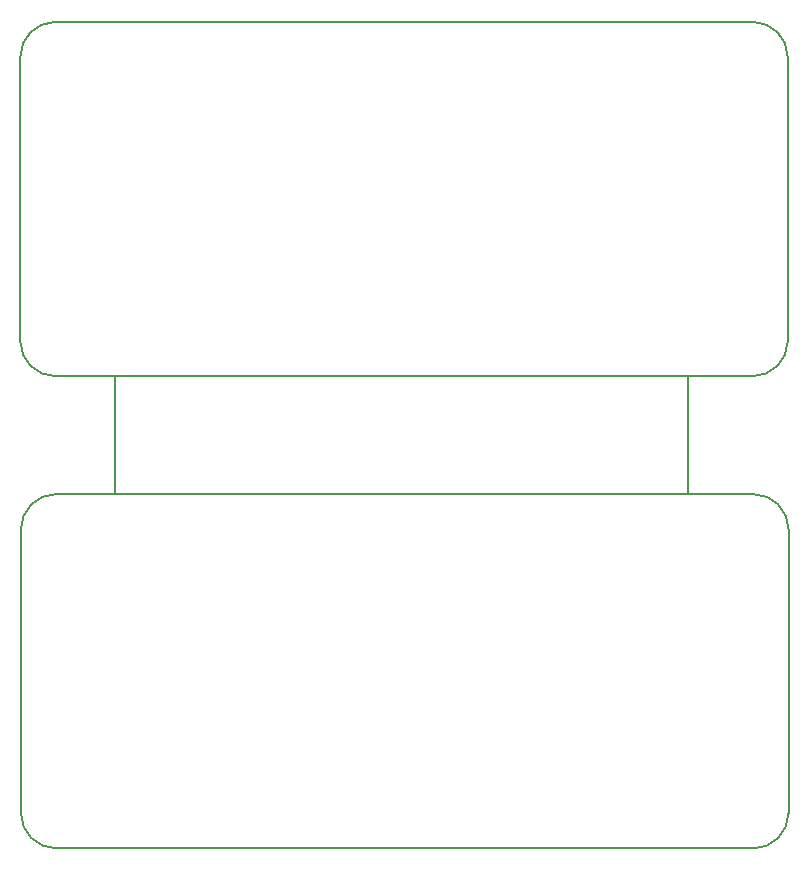
<source format=gbr>
G04 #@! TF.GenerationSoftware,KiCad,Pcbnew,5.0.2-bee76a0~70~ubuntu16.04.1*
G04 #@! TF.CreationDate,2019-08-20T15:47:02-04:00*
G04 #@! TF.ProjectId,ESP32-Zip-Panelized,45535033-322d-45a6-9970-2d50616e656c,rev?*
G04 #@! TF.SameCoordinates,Original*
G04 #@! TF.FileFunction,Profile,NP*
%FSLAX46Y46*%
G04 Gerber Fmt 4.6, Leading zero omitted, Abs format (unit mm)*
G04 Created by KiCad (PCBNEW 5.0.2-bee76a0~70~ubuntu16.04.1) date mar. 20 août 2019 15:47:02 EDT*
%MOMM*%
%LPD*%
G01*
G04 APERTURE LIST*
%ADD10C,0.150000*%
G04 APERTURE END LIST*
D10*
X96500000Y-40100000D02*
X96500000Y-50100000D01*
X48000000Y-40100000D02*
X48000000Y-50100000D01*
X40000000Y-53100000D02*
X40000000Y-77100000D01*
X105000000Y-77100000D02*
G75*
G02X102000000Y-80100000I-3000000J0D01*
G01*
X43000000Y-80100000D02*
G75*
G02X40000000Y-77100000I0J3000000D01*
G01*
X40000000Y-53100000D02*
G75*
G02X43000000Y-50100000I3000000J0D01*
G01*
X102000000Y-50100000D02*
G75*
G02X105000000Y-53100000I0J-3000000D01*
G01*
X105000000Y-53100000D02*
X105000000Y-77100000D01*
X43000000Y-80100000D02*
X102000000Y-80100000D01*
X43000000Y-50100000D02*
X102000000Y-50100000D01*
X104938544Y-37120410D02*
X104938544Y-13120410D01*
X39938544Y-13120410D02*
G75*
G02X42938544Y-10120410I3000000J0D01*
G01*
X101938544Y-10120410D02*
G75*
G02X104938544Y-13120410I0J-3000000D01*
G01*
X104938544Y-37120410D02*
G75*
G02X101938544Y-40120410I-3000000J0D01*
G01*
X42938544Y-40120410D02*
G75*
G02X39938544Y-37120410I0J3000000D01*
G01*
X39938544Y-37120410D02*
X39938544Y-13120410D01*
X101938544Y-10120410D02*
X42938544Y-10120410D01*
X101938544Y-40120410D02*
X42938544Y-40120410D01*
M02*

</source>
